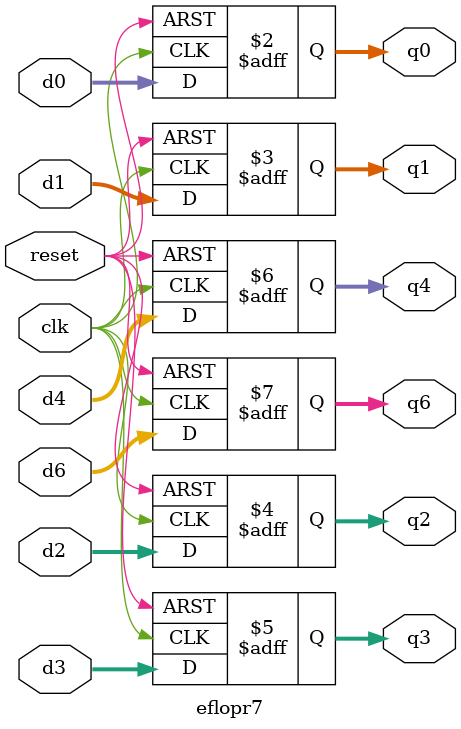
<source format=sv>
module eflopr7 (input  logic clk, reset,
                input  logic [31:0] d0, d1, d2, d3,
                input  logic [4:0]  d4,
                input  logic [31:0] d6,
                output logic [31:0] q0, q1, q2, q3,
                output logic [4:0]  q4,
                output logic [31:0] q6
               );

always_ff @(posedge clk, posedge reset)
        if(reset)
            begin
                q0 <= 0;
                q1 <= 0;
                q2 <= 0;
                q3 <= 0;
                q4 <= 0;
                q6 <= 0;
            end
        else
            begin
                q0 <= d0;
                q1 <= d1;
                q2 <= d2;
                q3 <= d3;
                q4 <= d4;
                q6 <= d6;
            end
             //Íåáëîêèðóþùåå ïðèñâàèâàíèå êàê ðàç ãîâîðèò î òîì, ÷òî ñèãíàë
        //äîëæåí áûòü óñòàíîâèâøèìñÿ, òàê êàê çíà÷åíèå â ïðàâîé ÷àñòè âû÷èñëÿåòñÿ äî ïðèñâàèâàíèÿ

endmodule
</source>
